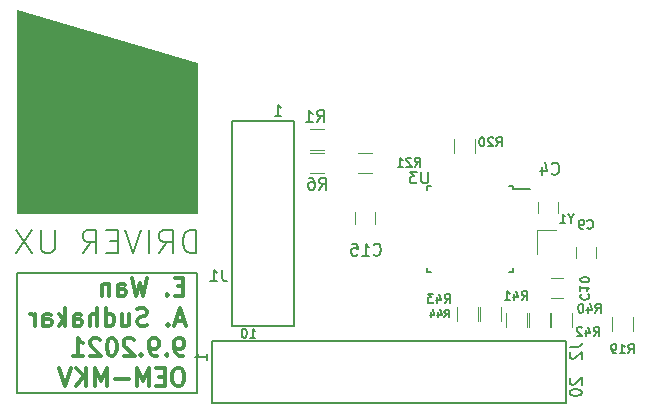
<source format=gbo>
G04 #@! TF.GenerationSoftware,KiCad,Pcbnew,(5.1.10-1-10_14)*
G04 #@! TF.CreationDate,2021-10-01T00:48:21-04:00*
G04 #@! TF.ProjectId,dashboard,64617368-626f-4617-9264-2e6b69636164,rev?*
G04 #@! TF.SameCoordinates,Original*
G04 #@! TF.FileFunction,Legend,Bot*
G04 #@! TF.FilePolarity,Positive*
%FSLAX46Y46*%
G04 Gerber Fmt 4.6, Leading zero omitted, Abs format (unit mm)*
G04 Created by KiCad (PCBNEW (5.1.10-1-10_14)) date 2021-10-01 00:48:21*
%MOMM*%
%LPD*%
G01*
G04 APERTURE LIST*
%ADD10C,0.150000*%
%ADD11C,0.300000*%
%ADD12C,0.100000*%
%ADD13C,0.120000*%
G04 APERTURE END LIST*
D10*
X43083809Y-50434761D02*
X43083809Y-48434761D01*
X42607619Y-48434761D01*
X42321904Y-48530000D01*
X42131428Y-48720476D01*
X42036190Y-48910952D01*
X41940952Y-49291904D01*
X41940952Y-49577619D01*
X42036190Y-49958571D01*
X42131428Y-50149047D01*
X42321904Y-50339523D01*
X42607619Y-50434761D01*
X43083809Y-50434761D01*
X39940952Y-50434761D02*
X40607619Y-49482380D01*
X41083809Y-50434761D02*
X41083809Y-48434761D01*
X40321904Y-48434761D01*
X40131428Y-48530000D01*
X40036190Y-48625238D01*
X39940952Y-48815714D01*
X39940952Y-49101428D01*
X40036190Y-49291904D01*
X40131428Y-49387142D01*
X40321904Y-49482380D01*
X41083809Y-49482380D01*
X39083809Y-50434761D02*
X39083809Y-48434761D01*
X38417142Y-48434761D02*
X37750476Y-50434761D01*
X37083809Y-48434761D01*
X36417142Y-49387142D02*
X35750476Y-49387142D01*
X35464761Y-50434761D02*
X36417142Y-50434761D01*
X36417142Y-48434761D01*
X35464761Y-48434761D01*
X33464761Y-50434761D02*
X34131428Y-49482380D01*
X34607619Y-50434761D02*
X34607619Y-48434761D01*
X33845714Y-48434761D01*
X33655238Y-48530000D01*
X33560000Y-48625238D01*
X33464761Y-48815714D01*
X33464761Y-49101428D01*
X33560000Y-49291904D01*
X33655238Y-49387142D01*
X33845714Y-49482380D01*
X34607619Y-49482380D01*
X31083809Y-48434761D02*
X31083809Y-50053809D01*
X30988571Y-50244285D01*
X30893333Y-50339523D01*
X30702857Y-50434761D01*
X30321904Y-50434761D01*
X30131428Y-50339523D01*
X30036190Y-50244285D01*
X29940952Y-50053809D01*
X29940952Y-48434761D01*
X29179047Y-48434761D02*
X27845714Y-50434761D01*
X27845714Y-48434761D02*
X29179047Y-50434761D01*
X27940000Y-52070000D02*
X43180000Y-52070000D01*
X27940000Y-62230000D02*
X27940000Y-52070000D01*
X43180000Y-62230000D02*
X27940000Y-62230000D01*
X43180000Y-57150000D02*
X43180000Y-62230000D01*
X43180000Y-52070000D02*
X43180000Y-57150000D01*
D11*
X41992857Y-53217857D02*
X41492857Y-53217857D01*
X41278571Y-54003571D02*
X41992857Y-54003571D01*
X41992857Y-52503571D01*
X41278571Y-52503571D01*
X40635714Y-53860714D02*
X40564285Y-53932142D01*
X40635714Y-54003571D01*
X40707142Y-53932142D01*
X40635714Y-53860714D01*
X40635714Y-54003571D01*
X38921428Y-52503571D02*
X38564285Y-54003571D01*
X38278571Y-52932142D01*
X37992857Y-54003571D01*
X37635714Y-52503571D01*
X36421428Y-54003571D02*
X36421428Y-53217857D01*
X36492857Y-53075000D01*
X36635714Y-53003571D01*
X36921428Y-53003571D01*
X37064285Y-53075000D01*
X36421428Y-53932142D02*
X36564285Y-54003571D01*
X36921428Y-54003571D01*
X37064285Y-53932142D01*
X37135714Y-53789285D01*
X37135714Y-53646428D01*
X37064285Y-53503571D01*
X36921428Y-53432142D01*
X36564285Y-53432142D01*
X36421428Y-53360714D01*
X35707142Y-53003571D02*
X35707142Y-54003571D01*
X35707142Y-53146428D02*
X35635714Y-53075000D01*
X35492857Y-53003571D01*
X35278571Y-53003571D01*
X35135714Y-53075000D01*
X35064285Y-53217857D01*
X35064285Y-54003571D01*
X42064285Y-56125000D02*
X41350000Y-56125000D01*
X42207142Y-56553571D02*
X41707142Y-55053571D01*
X41207142Y-56553571D01*
X40707142Y-56410714D02*
X40635714Y-56482142D01*
X40707142Y-56553571D01*
X40778571Y-56482142D01*
X40707142Y-56410714D01*
X40707142Y-56553571D01*
X38921428Y-56482142D02*
X38707142Y-56553571D01*
X38350000Y-56553571D01*
X38207142Y-56482142D01*
X38135714Y-56410714D01*
X38064285Y-56267857D01*
X38064285Y-56125000D01*
X38135714Y-55982142D01*
X38207142Y-55910714D01*
X38350000Y-55839285D01*
X38635714Y-55767857D01*
X38778571Y-55696428D01*
X38850000Y-55625000D01*
X38921428Y-55482142D01*
X38921428Y-55339285D01*
X38850000Y-55196428D01*
X38778571Y-55125000D01*
X38635714Y-55053571D01*
X38278571Y-55053571D01*
X38064285Y-55125000D01*
X36778571Y-55553571D02*
X36778571Y-56553571D01*
X37421428Y-55553571D02*
X37421428Y-56339285D01*
X37350000Y-56482142D01*
X37207142Y-56553571D01*
X36992857Y-56553571D01*
X36850000Y-56482142D01*
X36778571Y-56410714D01*
X35421428Y-56553571D02*
X35421428Y-55053571D01*
X35421428Y-56482142D02*
X35564285Y-56553571D01*
X35850000Y-56553571D01*
X35992857Y-56482142D01*
X36064285Y-56410714D01*
X36135714Y-56267857D01*
X36135714Y-55839285D01*
X36064285Y-55696428D01*
X35992857Y-55625000D01*
X35850000Y-55553571D01*
X35564285Y-55553571D01*
X35421428Y-55625000D01*
X34707142Y-56553571D02*
X34707142Y-55053571D01*
X34064285Y-56553571D02*
X34064285Y-55767857D01*
X34135714Y-55625000D01*
X34278571Y-55553571D01*
X34492857Y-55553571D01*
X34635714Y-55625000D01*
X34707142Y-55696428D01*
X32707142Y-56553571D02*
X32707142Y-55767857D01*
X32778571Y-55625000D01*
X32921428Y-55553571D01*
X33207142Y-55553571D01*
X33349999Y-55625000D01*
X32707142Y-56482142D02*
X32849999Y-56553571D01*
X33207142Y-56553571D01*
X33349999Y-56482142D01*
X33421428Y-56339285D01*
X33421428Y-56196428D01*
X33349999Y-56053571D01*
X33207142Y-55982142D01*
X32849999Y-55982142D01*
X32707142Y-55910714D01*
X31992857Y-56553571D02*
X31992857Y-55053571D01*
X31849999Y-55982142D02*
X31421428Y-56553571D01*
X31421428Y-55553571D02*
X31992857Y-56125000D01*
X30135714Y-56553571D02*
X30135714Y-55767857D01*
X30207142Y-55625000D01*
X30349999Y-55553571D01*
X30635714Y-55553571D01*
X30778571Y-55625000D01*
X30135714Y-56482142D02*
X30278571Y-56553571D01*
X30635714Y-56553571D01*
X30778571Y-56482142D01*
X30849999Y-56339285D01*
X30849999Y-56196428D01*
X30778571Y-56053571D01*
X30635714Y-55982142D01*
X30278571Y-55982142D01*
X30135714Y-55910714D01*
X29421428Y-56553571D02*
X29421428Y-55553571D01*
X29421428Y-55839285D02*
X29349999Y-55696428D01*
X29278571Y-55625000D01*
X29135714Y-55553571D01*
X28992857Y-55553571D01*
X41921428Y-59103571D02*
X41635714Y-59103571D01*
X41492857Y-59032142D01*
X41421428Y-58960714D01*
X41278571Y-58746428D01*
X41207142Y-58460714D01*
X41207142Y-57889285D01*
X41278571Y-57746428D01*
X41350000Y-57675000D01*
X41492857Y-57603571D01*
X41778571Y-57603571D01*
X41921428Y-57675000D01*
X41992857Y-57746428D01*
X42064285Y-57889285D01*
X42064285Y-58246428D01*
X41992857Y-58389285D01*
X41921428Y-58460714D01*
X41778571Y-58532142D01*
X41492857Y-58532142D01*
X41350000Y-58460714D01*
X41278571Y-58389285D01*
X41207142Y-58246428D01*
X40564285Y-58960714D02*
X40492857Y-59032142D01*
X40564285Y-59103571D01*
X40635714Y-59032142D01*
X40564285Y-58960714D01*
X40564285Y-59103571D01*
X39778571Y-59103571D02*
X39492857Y-59103571D01*
X39350000Y-59032142D01*
X39278571Y-58960714D01*
X39135714Y-58746428D01*
X39064285Y-58460714D01*
X39064285Y-57889285D01*
X39135714Y-57746428D01*
X39207142Y-57675000D01*
X39350000Y-57603571D01*
X39635714Y-57603571D01*
X39778571Y-57675000D01*
X39850000Y-57746428D01*
X39921428Y-57889285D01*
X39921428Y-58246428D01*
X39850000Y-58389285D01*
X39778571Y-58460714D01*
X39635714Y-58532142D01*
X39350000Y-58532142D01*
X39207142Y-58460714D01*
X39135714Y-58389285D01*
X39064285Y-58246428D01*
X38421428Y-58960714D02*
X38350000Y-59032142D01*
X38421428Y-59103571D01*
X38492857Y-59032142D01*
X38421428Y-58960714D01*
X38421428Y-59103571D01*
X37778571Y-57746428D02*
X37707142Y-57675000D01*
X37564285Y-57603571D01*
X37207142Y-57603571D01*
X37064285Y-57675000D01*
X36992857Y-57746428D01*
X36921428Y-57889285D01*
X36921428Y-58032142D01*
X36992857Y-58246428D01*
X37850000Y-59103571D01*
X36921428Y-59103571D01*
X35992857Y-57603571D02*
X35850000Y-57603571D01*
X35707142Y-57675000D01*
X35635714Y-57746428D01*
X35564285Y-57889285D01*
X35492857Y-58175000D01*
X35492857Y-58532142D01*
X35564285Y-58817857D01*
X35635714Y-58960714D01*
X35707142Y-59032142D01*
X35850000Y-59103571D01*
X35992857Y-59103571D01*
X36135714Y-59032142D01*
X36207142Y-58960714D01*
X36278571Y-58817857D01*
X36350000Y-58532142D01*
X36350000Y-58175000D01*
X36278571Y-57889285D01*
X36207142Y-57746428D01*
X36135714Y-57675000D01*
X35992857Y-57603571D01*
X34921428Y-57746428D02*
X34850000Y-57675000D01*
X34707142Y-57603571D01*
X34350000Y-57603571D01*
X34207142Y-57675000D01*
X34135714Y-57746428D01*
X34064285Y-57889285D01*
X34064285Y-58032142D01*
X34135714Y-58246428D01*
X34992857Y-59103571D01*
X34064285Y-59103571D01*
X32635714Y-59103571D02*
X33492857Y-59103571D01*
X33064285Y-59103571D02*
X33064285Y-57603571D01*
X33207142Y-57817857D01*
X33350000Y-57960714D01*
X33492857Y-58032142D01*
X41707142Y-60153571D02*
X41421428Y-60153571D01*
X41278571Y-60225000D01*
X41135714Y-60367857D01*
X41064285Y-60653571D01*
X41064285Y-61153571D01*
X41135714Y-61439285D01*
X41278571Y-61582142D01*
X41421428Y-61653571D01*
X41707142Y-61653571D01*
X41850000Y-61582142D01*
X41992857Y-61439285D01*
X42064285Y-61153571D01*
X42064285Y-60653571D01*
X41992857Y-60367857D01*
X41850000Y-60225000D01*
X41707142Y-60153571D01*
X40421428Y-60867857D02*
X39921428Y-60867857D01*
X39707142Y-61653571D02*
X40421428Y-61653571D01*
X40421428Y-60153571D01*
X39707142Y-60153571D01*
X39064285Y-61653571D02*
X39064285Y-60153571D01*
X38564285Y-61225000D01*
X38064285Y-60153571D01*
X38064285Y-61653571D01*
X37350000Y-61082142D02*
X36207142Y-61082142D01*
X35492857Y-61653571D02*
X35492857Y-60153571D01*
X34992857Y-61225000D01*
X34492857Y-60153571D01*
X34492857Y-61653571D01*
X33778571Y-61653571D02*
X33778571Y-60153571D01*
X32921428Y-61653571D02*
X33564285Y-60796428D01*
X32921428Y-60153571D02*
X33778571Y-61010714D01*
X32492857Y-60153571D02*
X31992857Y-61653571D01*
X31492857Y-60153571D01*
D12*
G36*
X43180000Y-34290000D02*
G01*
X43180000Y-46990000D01*
X27940000Y-46990000D01*
X27940000Y-29845000D01*
X43180000Y-34290000D01*
G37*
X43180000Y-34290000D02*
X43180000Y-46990000D01*
X27940000Y-46990000D01*
X27940000Y-29845000D01*
X43180000Y-34290000D01*
D10*
X51387520Y-56554320D02*
X46087520Y-56554320D01*
X51387520Y-39244320D02*
X46087520Y-39244320D01*
X51387520Y-56554320D02*
X51387520Y-39244320D01*
X46087520Y-56554320D02*
X46087520Y-39244320D01*
X69896140Y-44746760D02*
X69896140Y-44971760D01*
X62646140Y-44746760D02*
X62646140Y-45071760D01*
X62646140Y-51996760D02*
X62646140Y-51671760D01*
X69896140Y-51996760D02*
X69896140Y-51671760D01*
X69896140Y-44746760D02*
X69571140Y-44746760D01*
X69896140Y-51996760D02*
X69571140Y-51996760D01*
X62646140Y-51996760D02*
X62971140Y-51996760D01*
X62646140Y-44746760D02*
X62971140Y-44746760D01*
X69896140Y-44971760D02*
X71321140Y-44971760D01*
D13*
X66655840Y-41935960D02*
X66655840Y-40735960D01*
X64895840Y-40735960D02*
X64895840Y-41935960D01*
D10*
X74390200Y-57819780D02*
X74390200Y-63119780D01*
X44380200Y-57819780D02*
X44380200Y-63119780D01*
X74390200Y-57819780D02*
X44380200Y-57819780D01*
X74390200Y-63119780D02*
X44380200Y-63119780D01*
D13*
X56543840Y-47957360D02*
X56543840Y-46957360D01*
X58243840Y-46957360D02*
X58243840Y-47957360D01*
X72993140Y-56655260D02*
X72993140Y-55455260D01*
X71233140Y-55455260D02*
X71233140Y-56655260D01*
X80054340Y-56985460D02*
X80054340Y-55785460D01*
X78294340Y-55785460D02*
X78294340Y-56985460D01*
X53929840Y-41903760D02*
X52729840Y-41903760D01*
X52729840Y-43663760D02*
X53929840Y-43663760D01*
X71974340Y-47042960D02*
X71974340Y-46042960D01*
X73674340Y-46042960D02*
X73674340Y-47042960D01*
X76925540Y-49852960D02*
X76925540Y-50852960D01*
X75225540Y-50852960D02*
X75225540Y-49852960D01*
X74149840Y-54250960D02*
X73149840Y-54250960D01*
X73149840Y-52550960D02*
X74149840Y-52550960D01*
X52691740Y-41695260D02*
X53891740Y-41695260D01*
X53891740Y-39935260D02*
X52691740Y-39935260D01*
X56781140Y-43663760D02*
X57981140Y-43663760D01*
X57981140Y-41903760D02*
X56781140Y-41903760D01*
X74898140Y-56655260D02*
X74898140Y-55455260D01*
X73138140Y-55455260D02*
X73138140Y-56655260D01*
X71088140Y-56655260D02*
X71088140Y-55455260D01*
X69328140Y-55455260D02*
X69328140Y-56655260D01*
X66897140Y-56147260D02*
X66897140Y-54947260D01*
X65137140Y-54947260D02*
X65137140Y-56147260D01*
X67105640Y-54947260D02*
X67105640Y-56147260D01*
X68865640Y-56147260D02*
X68865640Y-54947260D01*
D12*
X71922840Y-48467260D02*
X71922840Y-50467260D01*
X71922840Y-48467260D02*
X73522840Y-48467260D01*
D10*
X45260853Y-51796700D02*
X45260853Y-52510986D01*
X45308472Y-52653843D01*
X45403710Y-52749081D01*
X45546567Y-52796700D01*
X45641805Y-52796700D01*
X44260853Y-52796700D02*
X44832281Y-52796700D01*
X44546567Y-52796700D02*
X44546567Y-51796700D01*
X44641805Y-51939558D01*
X44737043Y-52034796D01*
X44832281Y-52082415D01*
X47632982Y-57555674D02*
X48068411Y-57555674D01*
X47850697Y-57555674D02*
X47850697Y-56793674D01*
X47923268Y-56902531D01*
X47995840Y-56975102D01*
X48068411Y-57011388D01*
X47161268Y-56793674D02*
X47088697Y-56793674D01*
X47016125Y-56829960D01*
X46979840Y-56866245D01*
X46943554Y-56938817D01*
X46907268Y-57083960D01*
X46907268Y-57265388D01*
X46943554Y-57410531D01*
X46979840Y-57483102D01*
X47016125Y-57519388D01*
X47088697Y-57555674D01*
X47161268Y-57555674D01*
X47233840Y-57519388D01*
X47270125Y-57483102D01*
X47306411Y-57410531D01*
X47342697Y-57265388D01*
X47342697Y-57083960D01*
X47306411Y-56938817D01*
X47270125Y-56866245D01*
X47233840Y-56829960D01*
X47161268Y-56793674D01*
X49721805Y-38826700D02*
X50293234Y-38826700D01*
X50007520Y-38826700D02*
X50007520Y-37826700D01*
X50102758Y-37969558D01*
X50197996Y-38064796D01*
X50293234Y-38112415D01*
X62715044Y-43506140D02*
X62715044Y-44315664D01*
X62667425Y-44410902D01*
X62619806Y-44458521D01*
X62524568Y-44506140D01*
X62334092Y-44506140D01*
X62238854Y-44458521D01*
X62191235Y-44410902D01*
X62143616Y-44315664D01*
X62143616Y-43506140D01*
X61762663Y-43506140D02*
X61143616Y-43506140D01*
X61476949Y-43887093D01*
X61334092Y-43887093D01*
X61238854Y-43934712D01*
X61191235Y-43982331D01*
X61143616Y-44077569D01*
X61143616Y-44315664D01*
X61191235Y-44410902D01*
X61238854Y-44458521D01*
X61334092Y-44506140D01*
X61619806Y-44506140D01*
X61715044Y-44458521D01*
X61762663Y-44410902D01*
X68488197Y-41363174D02*
X68742197Y-41000317D01*
X68923625Y-41363174D02*
X68923625Y-40601174D01*
X68633340Y-40601174D01*
X68560768Y-40637460D01*
X68524482Y-40673745D01*
X68488197Y-40746317D01*
X68488197Y-40855174D01*
X68524482Y-40927745D01*
X68560768Y-40964031D01*
X68633340Y-41000317D01*
X68923625Y-41000317D01*
X68197911Y-40673745D02*
X68161625Y-40637460D01*
X68089054Y-40601174D01*
X67907625Y-40601174D01*
X67835054Y-40637460D01*
X67798768Y-40673745D01*
X67762482Y-40746317D01*
X67762482Y-40818888D01*
X67798768Y-40927745D01*
X68234197Y-41363174D01*
X67762482Y-41363174D01*
X67290768Y-40601174D02*
X67218197Y-40601174D01*
X67145625Y-40637460D01*
X67109340Y-40673745D01*
X67073054Y-40746317D01*
X67036768Y-40891460D01*
X67036768Y-41072888D01*
X67073054Y-41218031D01*
X67109340Y-41290602D01*
X67145625Y-41326888D01*
X67218197Y-41363174D01*
X67290768Y-41363174D01*
X67363340Y-41326888D01*
X67399625Y-41290602D01*
X67435911Y-41218031D01*
X67472197Y-41072888D01*
X67472197Y-40891460D01*
X67435911Y-40746317D01*
X67399625Y-40673745D01*
X67363340Y-40637460D01*
X67290768Y-40601174D01*
X74712580Y-58358446D02*
X75426866Y-58358446D01*
X75569723Y-58310827D01*
X75664961Y-58215589D01*
X75712580Y-58072732D01*
X75712580Y-57977494D01*
X74807819Y-58787018D02*
X74760200Y-58834637D01*
X74712580Y-58929875D01*
X74712580Y-59167970D01*
X74760200Y-59263208D01*
X74807819Y-59310827D01*
X74903057Y-59358446D01*
X74998295Y-59358446D01*
X75141152Y-59310827D01*
X75712580Y-58739399D01*
X75712580Y-59358446D01*
X74807819Y-60977875D02*
X74760200Y-61025494D01*
X74712580Y-61120732D01*
X74712580Y-61358827D01*
X74760200Y-61454065D01*
X74807819Y-61501684D01*
X74903057Y-61549303D01*
X74998295Y-61549303D01*
X75141152Y-61501684D01*
X75712580Y-60930256D01*
X75712580Y-61549303D01*
X74712580Y-62168351D02*
X74712580Y-62263589D01*
X74760200Y-62358827D01*
X74807819Y-62406446D01*
X74903057Y-62454065D01*
X75093533Y-62501684D01*
X75331628Y-62501684D01*
X75522104Y-62454065D01*
X75617342Y-62406446D01*
X75664961Y-62358827D01*
X75712580Y-62263589D01*
X75712580Y-62168351D01*
X75664961Y-62073113D01*
X75617342Y-62025494D01*
X75522104Y-61977875D01*
X75331628Y-61930256D01*
X75093533Y-61930256D01*
X74903057Y-61977875D01*
X74807819Y-62025494D01*
X74760200Y-62073113D01*
X74712580Y-62168351D01*
X43962580Y-59485494D02*
X43962580Y-58914065D01*
X43962580Y-59199780D02*
X42962580Y-59199780D01*
X43105438Y-59104541D01*
X43200676Y-59009303D01*
X43248295Y-58914065D01*
X58100197Y-50519602D02*
X58147816Y-50567221D01*
X58290673Y-50614840D01*
X58385911Y-50614840D01*
X58528768Y-50567221D01*
X58624006Y-50471983D01*
X58671625Y-50376745D01*
X58719244Y-50186269D01*
X58719244Y-50043412D01*
X58671625Y-49852936D01*
X58624006Y-49757698D01*
X58528768Y-49662460D01*
X58385911Y-49614840D01*
X58290673Y-49614840D01*
X58147816Y-49662460D01*
X58100197Y-49710079D01*
X57147816Y-50614840D02*
X57719244Y-50614840D01*
X57433530Y-50614840D02*
X57433530Y-49614840D01*
X57528768Y-49757698D01*
X57624006Y-49852936D01*
X57719244Y-49900555D01*
X56243054Y-49614840D02*
X56719244Y-49614840D01*
X56766863Y-50091031D01*
X56719244Y-50043412D01*
X56624006Y-49995793D01*
X56385911Y-49995793D01*
X56290673Y-50043412D01*
X56243054Y-50091031D01*
X56195435Y-50186269D01*
X56195435Y-50424364D01*
X56243054Y-50519602D01*
X56290673Y-50567221D01*
X56385911Y-50614840D01*
X56624006Y-50614840D01*
X56719244Y-50567221D01*
X56766863Y-50519602D01*
X76743197Y-57428674D02*
X76997197Y-57065817D01*
X77178625Y-57428674D02*
X77178625Y-56666674D01*
X76888340Y-56666674D01*
X76815768Y-56702960D01*
X76779482Y-56739245D01*
X76743197Y-56811817D01*
X76743197Y-56920674D01*
X76779482Y-56993245D01*
X76815768Y-57029531D01*
X76888340Y-57065817D01*
X77178625Y-57065817D01*
X76090054Y-56920674D02*
X76090054Y-57428674D01*
X76271482Y-56630388D02*
X76452911Y-57174674D01*
X75981197Y-57174674D01*
X75727197Y-56739245D02*
X75690911Y-56702960D01*
X75618340Y-56666674D01*
X75436911Y-56666674D01*
X75364340Y-56702960D01*
X75328054Y-56739245D01*
X75291768Y-56811817D01*
X75291768Y-56884388D01*
X75328054Y-56993245D01*
X75763482Y-57428674D01*
X75291768Y-57428674D01*
X79664197Y-58889174D02*
X79918197Y-58526317D01*
X80099625Y-58889174D02*
X80099625Y-58127174D01*
X79809340Y-58127174D01*
X79736768Y-58163460D01*
X79700482Y-58199745D01*
X79664197Y-58272317D01*
X79664197Y-58381174D01*
X79700482Y-58453745D01*
X79736768Y-58490031D01*
X79809340Y-58526317D01*
X80099625Y-58526317D01*
X78938482Y-58889174D02*
X79373911Y-58889174D01*
X79156197Y-58889174D02*
X79156197Y-58127174D01*
X79228768Y-58236031D01*
X79301340Y-58308602D01*
X79373911Y-58344888D01*
X78575625Y-58889174D02*
X78430482Y-58889174D01*
X78357911Y-58852888D01*
X78321625Y-58816602D01*
X78249054Y-58707745D01*
X78212768Y-58562602D01*
X78212768Y-58272317D01*
X78249054Y-58199745D01*
X78285340Y-58163460D01*
X78357911Y-58127174D01*
X78503054Y-58127174D01*
X78575625Y-58163460D01*
X78611911Y-58199745D01*
X78648197Y-58272317D01*
X78648197Y-58453745D01*
X78611911Y-58526317D01*
X78575625Y-58562602D01*
X78503054Y-58598888D01*
X78357911Y-58598888D01*
X78285340Y-58562602D01*
X78249054Y-58526317D01*
X78212768Y-58453745D01*
X53496506Y-45026840D02*
X53829840Y-44550650D01*
X54067935Y-45026840D02*
X54067935Y-44026840D01*
X53686982Y-44026840D01*
X53591744Y-44074460D01*
X53544125Y-44122079D01*
X53496506Y-44217317D01*
X53496506Y-44360174D01*
X53544125Y-44455412D01*
X53591744Y-44503031D01*
X53686982Y-44550650D01*
X54067935Y-44550650D01*
X52639363Y-44026840D02*
X52829840Y-44026840D01*
X52925078Y-44074460D01*
X52972697Y-44122079D01*
X53067935Y-44264936D01*
X53115554Y-44455412D01*
X53115554Y-44836364D01*
X53067935Y-44931602D01*
X53020316Y-44979221D01*
X52925078Y-45026840D01*
X52734601Y-45026840D01*
X52639363Y-44979221D01*
X52591744Y-44931602D01*
X52544125Y-44836364D01*
X52544125Y-44598269D01*
X52591744Y-44503031D01*
X52639363Y-44455412D01*
X52734601Y-44407793D01*
X52925078Y-44407793D01*
X53020316Y-44455412D01*
X53067935Y-44503031D01*
X53115554Y-44598269D01*
X73181506Y-43661602D02*
X73229125Y-43709221D01*
X73371982Y-43756840D01*
X73467220Y-43756840D01*
X73610078Y-43709221D01*
X73705316Y-43613983D01*
X73752935Y-43518745D01*
X73800554Y-43328269D01*
X73800554Y-43185412D01*
X73752935Y-42994936D01*
X73705316Y-42899698D01*
X73610078Y-42804460D01*
X73467220Y-42756840D01*
X73371982Y-42756840D01*
X73229125Y-42804460D01*
X73181506Y-42852079D01*
X72324363Y-43090174D02*
X72324363Y-43756840D01*
X72562459Y-42709221D02*
X72800554Y-43423507D01*
X72181506Y-43423507D01*
X76189840Y-48275602D02*
X76226125Y-48311888D01*
X76334982Y-48348174D01*
X76407554Y-48348174D01*
X76516411Y-48311888D01*
X76588982Y-48239317D01*
X76625268Y-48166745D01*
X76661554Y-48021602D01*
X76661554Y-47912745D01*
X76625268Y-47767602D01*
X76588982Y-47695031D01*
X76516411Y-47622460D01*
X76407554Y-47586174D01*
X76334982Y-47586174D01*
X76226125Y-47622460D01*
X76189840Y-47658745D01*
X75826982Y-48348174D02*
X75681840Y-48348174D01*
X75609268Y-48311888D01*
X75572982Y-48275602D01*
X75500411Y-48166745D01*
X75464125Y-48021602D01*
X75464125Y-47731317D01*
X75500411Y-47658745D01*
X75536697Y-47622460D01*
X75609268Y-47586174D01*
X75754411Y-47586174D01*
X75826982Y-47622460D01*
X75863268Y-47658745D01*
X75899554Y-47731317D01*
X75899554Y-47912745D01*
X75863268Y-47985317D01*
X75826982Y-48021602D01*
X75754411Y-48057888D01*
X75609268Y-48057888D01*
X75536697Y-48021602D01*
X75500411Y-47985317D01*
X75464125Y-47912745D01*
X75663697Y-53890817D02*
X75627411Y-53927102D01*
X75591125Y-54035960D01*
X75591125Y-54108531D01*
X75627411Y-54217388D01*
X75699982Y-54289960D01*
X75772554Y-54326245D01*
X75917697Y-54362531D01*
X76026554Y-54362531D01*
X76171697Y-54326245D01*
X76244268Y-54289960D01*
X76316840Y-54217388D01*
X76353125Y-54108531D01*
X76353125Y-54035960D01*
X76316840Y-53927102D01*
X76280554Y-53890817D01*
X75591125Y-53165102D02*
X75591125Y-53600531D01*
X75591125Y-53382817D02*
X76353125Y-53382817D01*
X76244268Y-53455388D01*
X76171697Y-53527960D01*
X76135411Y-53600531D01*
X76353125Y-52693388D02*
X76353125Y-52620817D01*
X76316840Y-52548245D01*
X76280554Y-52511960D01*
X76207982Y-52475674D01*
X76062840Y-52439388D01*
X75881411Y-52439388D01*
X75736268Y-52475674D01*
X75663697Y-52511960D01*
X75627411Y-52548245D01*
X75591125Y-52620817D01*
X75591125Y-52693388D01*
X75627411Y-52765960D01*
X75663697Y-52802245D01*
X75736268Y-52838531D01*
X75881411Y-52874817D01*
X76062840Y-52874817D01*
X76207982Y-52838531D01*
X76280554Y-52802245D01*
X76316840Y-52765960D01*
X76353125Y-52693388D01*
X53306006Y-39311840D02*
X53639340Y-38835650D01*
X53877435Y-39311840D02*
X53877435Y-38311840D01*
X53496482Y-38311840D01*
X53401244Y-38359460D01*
X53353625Y-38407079D01*
X53306006Y-38502317D01*
X53306006Y-38645174D01*
X53353625Y-38740412D01*
X53401244Y-38788031D01*
X53496482Y-38835650D01*
X53877435Y-38835650D01*
X52353625Y-39311840D02*
X52925054Y-39311840D01*
X52639340Y-39311840D02*
X52639340Y-38311840D01*
X52734578Y-38454698D01*
X52829816Y-38549936D01*
X52925054Y-38597555D01*
X61566697Y-43077674D02*
X61820697Y-42714817D01*
X62002125Y-43077674D02*
X62002125Y-42315674D01*
X61711840Y-42315674D01*
X61639268Y-42351960D01*
X61602982Y-42388245D01*
X61566697Y-42460817D01*
X61566697Y-42569674D01*
X61602982Y-42642245D01*
X61639268Y-42678531D01*
X61711840Y-42714817D01*
X62002125Y-42714817D01*
X61276411Y-42388245D02*
X61240125Y-42351960D01*
X61167554Y-42315674D01*
X60986125Y-42315674D01*
X60913554Y-42351960D01*
X60877268Y-42388245D01*
X60840982Y-42460817D01*
X60840982Y-42533388D01*
X60877268Y-42642245D01*
X61312697Y-43077674D01*
X60840982Y-43077674D01*
X60115268Y-43077674D02*
X60550697Y-43077674D01*
X60332982Y-43077674D02*
X60332982Y-42315674D01*
X60405554Y-42424531D01*
X60478125Y-42497102D01*
X60550697Y-42533388D01*
X76870197Y-55460174D02*
X77124197Y-55097317D01*
X77305625Y-55460174D02*
X77305625Y-54698174D01*
X77015340Y-54698174D01*
X76942768Y-54734460D01*
X76906482Y-54770745D01*
X76870197Y-54843317D01*
X76870197Y-54952174D01*
X76906482Y-55024745D01*
X76942768Y-55061031D01*
X77015340Y-55097317D01*
X77305625Y-55097317D01*
X76217054Y-54952174D02*
X76217054Y-55460174D01*
X76398482Y-54661888D02*
X76579911Y-55206174D01*
X76108197Y-55206174D01*
X75672768Y-54698174D02*
X75600197Y-54698174D01*
X75527625Y-54734460D01*
X75491340Y-54770745D01*
X75455054Y-54843317D01*
X75418768Y-54988460D01*
X75418768Y-55169888D01*
X75455054Y-55315031D01*
X75491340Y-55387602D01*
X75527625Y-55423888D01*
X75600197Y-55460174D01*
X75672768Y-55460174D01*
X75745340Y-55423888D01*
X75781625Y-55387602D01*
X75817911Y-55315031D01*
X75854197Y-55169888D01*
X75854197Y-54988460D01*
X75817911Y-54843317D01*
X75781625Y-54770745D01*
X75745340Y-54734460D01*
X75672768Y-54698174D01*
X70647197Y-54380674D02*
X70901197Y-54017817D01*
X71082625Y-54380674D02*
X71082625Y-53618674D01*
X70792340Y-53618674D01*
X70719768Y-53654960D01*
X70683482Y-53691245D01*
X70647197Y-53763817D01*
X70647197Y-53872674D01*
X70683482Y-53945245D01*
X70719768Y-53981531D01*
X70792340Y-54017817D01*
X71082625Y-54017817D01*
X69994054Y-53872674D02*
X69994054Y-54380674D01*
X70175482Y-53582388D02*
X70356911Y-54126674D01*
X69885197Y-54126674D01*
X69195768Y-54380674D02*
X69631197Y-54380674D01*
X69413482Y-54380674D02*
X69413482Y-53618674D01*
X69486054Y-53727531D01*
X69558625Y-53800102D01*
X69631197Y-53836388D01*
X64106697Y-54634674D02*
X64360697Y-54271817D01*
X64542125Y-54634674D02*
X64542125Y-53872674D01*
X64251840Y-53872674D01*
X64179268Y-53908960D01*
X64142982Y-53945245D01*
X64106697Y-54017817D01*
X64106697Y-54126674D01*
X64142982Y-54199245D01*
X64179268Y-54235531D01*
X64251840Y-54271817D01*
X64542125Y-54271817D01*
X63453554Y-54126674D02*
X63453554Y-54634674D01*
X63634982Y-53836388D02*
X63816411Y-54380674D01*
X63344697Y-54380674D01*
X63126982Y-53872674D02*
X62655268Y-53872674D01*
X62909268Y-54162960D01*
X62800411Y-54162960D01*
X62727840Y-54199245D01*
X62691554Y-54235531D01*
X62655268Y-54308102D01*
X62655268Y-54489531D01*
X62691554Y-54562102D01*
X62727840Y-54598388D01*
X62800411Y-54634674D01*
X63018125Y-54634674D01*
X63090697Y-54598388D01*
X63126982Y-54562102D01*
X64088554Y-55847221D02*
X64300220Y-55544840D01*
X64451411Y-55847221D02*
X64451411Y-55212221D01*
X64209506Y-55212221D01*
X64149030Y-55242460D01*
X64118792Y-55272698D01*
X64088554Y-55333174D01*
X64088554Y-55423888D01*
X64118792Y-55484364D01*
X64149030Y-55514602D01*
X64209506Y-55544840D01*
X64451411Y-55544840D01*
X63544268Y-55423888D02*
X63544268Y-55847221D01*
X63695459Y-55181983D02*
X63846649Y-55635555D01*
X63453554Y-55635555D01*
X62939506Y-55423888D02*
X62939506Y-55847221D01*
X63090697Y-55181983D02*
X63241887Y-55635555D01*
X62848792Y-55635555D01*
X74774697Y-47477317D02*
X74774697Y-47840174D01*
X75028697Y-47078174D02*
X74774697Y-47477317D01*
X74520697Y-47078174D01*
X73867554Y-47840174D02*
X74302982Y-47840174D01*
X74085268Y-47840174D02*
X74085268Y-47078174D01*
X74157840Y-47187031D01*
X74230411Y-47259602D01*
X74302982Y-47295888D01*
M02*

</source>
